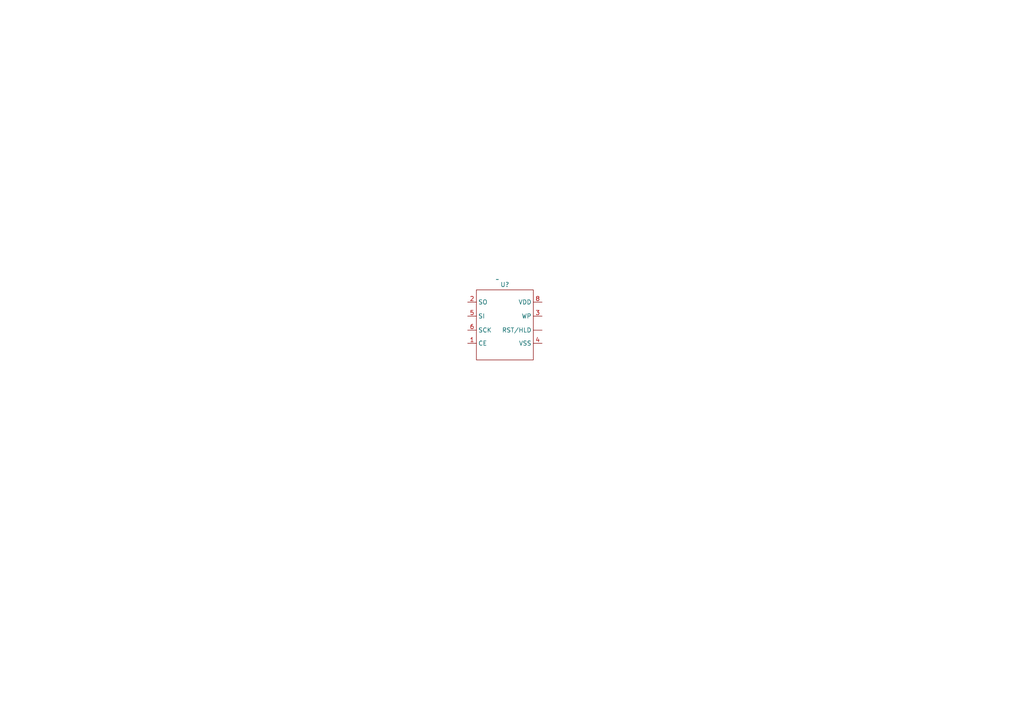
<source format=kicad_sch>
(kicad_sch (version 20230121) (generator eeschema)
  (paper "A4")
  (lib_symbols
    (symbol "Fermion_1:SST26WF064C"
      (property "Reference" "U" (at 1.778 -2.286 0))
      (symbol "SST26WF064C_0_1"
        (rectangle (start -6.096 -3.048) (end 10.414 -23.368))
      )
      (symbol "SST26WF064C_1_1"
        (pin input line (at 12.954 -14.732 180) (length 2.54) (name "RST/HLD") (number ""))
        (pin input line (at -8.636 -18.542 0) (length 2.54) (name "CE") (number "1"))
        (pin input line (at -8.636 -6.604 0) (length 2.54) (name "SO") (number "2"))
        (pin input line (at 12.954 -10.668 180) (length 2.54) (name "WP") (number "3"))
        (pin input line (at 12.954 -18.542 180) (length 2.54) (name "VSS") (number "4"))
        (pin input line (at -8.636 -10.668 0) (length 2.54) (name "SI") (number "5"))
        (pin input line (at -8.636 -14.732 0) (length 2.54) (name "SCK") (number "6"))
        (pin input line (at 12.954 -6.604 180) (length 2.54) (name "VDD") (number "8"))
      )
    )
  )
  (symbol (lib_id "Fermion_1:SST26WF064C") (at 144.272 81.026 0) (unit 1)
    (property "Reference" "U?" (at 146.431 82.55 0))
    (property "Value" "~" (at 144.272 81.026 0))
  )
)
</source>
